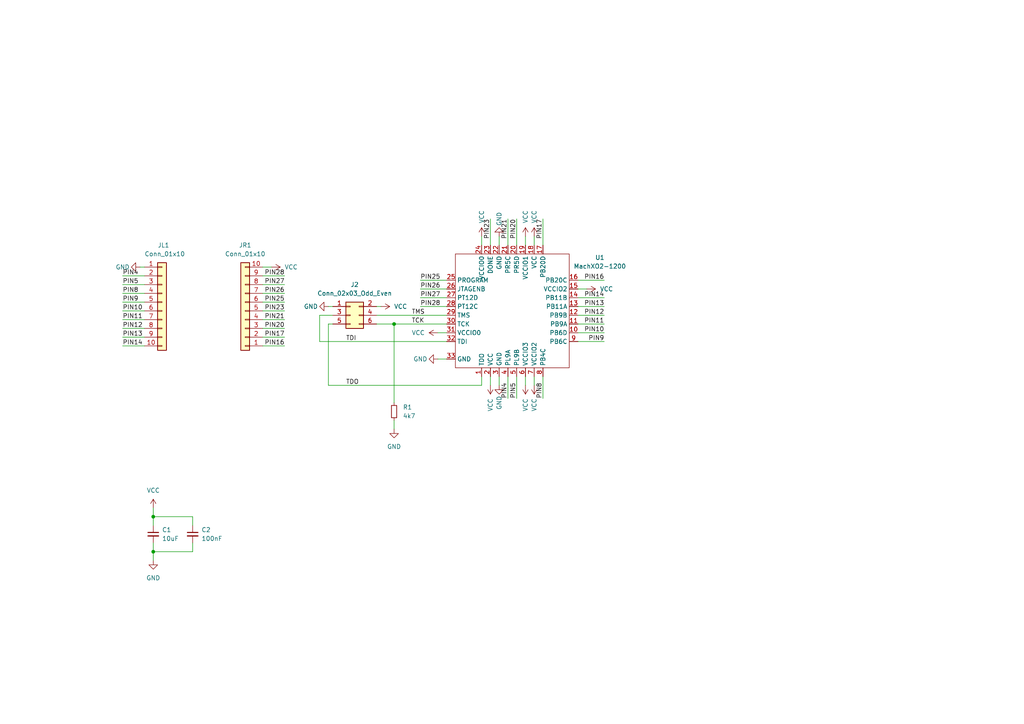
<source format=kicad_sch>
(kicad_sch (version 20211123) (generator eeschema)
  (paper "A4")
  (lib_symbols
    (symbol "Connector_Generic:Conn_01x10" (pin_names (offset 1.016) hide)
      (property "Reference" "J" (at 0 12.7 0))
      (property "Value" "Conn_01x10" (at 0 -15.24 0))
      (symbol "Conn_01x10_1_1"
        (rectangle (start -1.27 -12.573) (end 0 -12.827) (stroke (width 0.1524)))
        (rectangle (start -1.27 -10.033) (end 0 -10.287) (stroke (width 0.1524)))
        (rectangle (start -1.27 -7.493) (end 0 -7.747) (stroke (width 0.1524)))
        (rectangle (start -1.27 -4.953) (end 0 -5.207) (stroke (width 0.1524)))
        (rectangle (start -1.27 -2.413) (end 0 -2.667) (stroke (width 0.1524)))
        (rectangle (start -1.27 0.127) (end 0 -0.127) (stroke (width 0.1524)))
        (rectangle (start -1.27 2.667) (end 0 2.413) (stroke (width 0.1524)))
        (rectangle (start -1.27 5.207) (end 0 4.953) (stroke (width 0.1524)))
        (rectangle (start -1.27 7.747) (end 0 7.493) (stroke (width 0.1524)))
        (rectangle (start -1.27 10.287) (end 0 10.033) (stroke (width 0.1524)))
        (rectangle (start -1.27 11.43) (end 1.27 -13.97) (stroke (width 0.254)) (fill (type background)))
        (pin passive line (at -5.08 10.16 0) (length 3.81) (name "Pin_1") (number "1"))
        (pin passive line (at -5.08 -12.7 0) (length 3.81) (name "Pin_10") (number "10"))
        (pin passive line (at -5.08 7.62 0) (length 3.81) (name "Pin_2") (number "2"))
        (pin passive line (at -5.08 5.08 0) (length 3.81) (name "Pin_3") (number "3"))
        (pin passive line (at -5.08 2.54 0) (length 3.81) (name "Pin_4") (number "4"))
        (pin passive line (at -5.08 0 0) (length 3.81) (name "Pin_5") (number "5"))
        (pin passive line (at -5.08 -2.54 0) (length 3.81) (name "Pin_6") (number "6"))
        (pin passive line (at -5.08 -5.08 0) (length 3.81) (name "Pin_7") (number "7"))
        (pin passive line (at -5.08 -7.62 0) (length 3.81) (name "Pin_8") (number "8"))
        (pin passive line (at -5.08 -10.16 0) (length 3.81) (name "Pin_9") (number "9"))
      )
    )
    (symbol "Connector_Generic:Conn_02x03_Odd_Even" (pin_names (offset 1.016) hide)
      (property "Reference" "J" (at 1.27 5.08 0))
      (property "Value" "Conn_02x03_Odd_Even" (at 1.27 -5.08 0))
      (symbol "Conn_02x03_Odd_Even_1_1"
        (rectangle (start -1.27 -2.413) (end 0 -2.667) (stroke (width 0.1524)))
        (rectangle (start -1.27 0.127) (end 0 -0.127) (stroke (width 0.1524)))
        (rectangle (start -1.27 2.667) (end 0 2.413) (stroke (width 0.1524)))
        (rectangle (start -1.27 3.81) (end 3.81 -3.81) (stroke (width 0.254)) (fill (type background)))
        (rectangle (start 3.81 -2.413) (end 2.54 -2.667) (stroke (width 0.1524)))
        (rectangle (start 3.81 0.127) (end 2.54 -0.127) (stroke (width 0.1524)))
        (rectangle (start 3.81 2.667) (end 2.54 2.413) (stroke (width 0.1524)))
        (pin passive line (at -5.08 2.54 0) (length 3.81) (name "Pin_1") (number "1"))
        (pin passive line (at 7.62 2.54 180) (length 3.81) (name "Pin_2") (number "2"))
        (pin passive line (at -5.08 0 0) (length 3.81) (name "Pin_3") (number "3"))
        (pin passive line (at 7.62 0 180) (length 3.81) (name "Pin_4") (number "4"))
        (pin passive line (at -5.08 -2.54 0) (length 3.81) (name "Pin_5") (number "5"))
        (pin passive line (at 7.62 -2.54 180) (length 3.81) (name "Pin_6") (number "6"))
      )
    )
    (symbol "Device:C_Small" (pin_numbers hide) (pin_names (offset 0.254) hide)
      (property "Reference" "C" (at 0.254 1.778 0))
      (property "Value" "C_Small" (at 0.254 -2.032 0))
      (symbol "C_Small_0_1"
        (polyline (pts (xy -1.524 -0.508) (xy 1.524 -0.508)) (stroke (width 0.3302)))
        (polyline (pts (xy -1.524 0.508) (xy 1.524 0.508)) (stroke (width 0.3048)))
      )
      (symbol "C_Small_1_1"
        (pin passive line (at 0 2.54 270) (length 2.032) (name "~") (number "1"))
        (pin passive line (at 0 -2.54 90) (length 2.032) (name "~") (number "2"))
      )
    )
    (symbol "Device:R_Small" (pin_numbers hide) (pin_names (offset 0.254) hide)
      (property "Reference" "R" (at 0.762 0.508 0))
      (property "Value" "R_Small" (at 0.762 -1.016 0))
      (symbol "R_Small_0_1"
        (rectangle (start -0.762 1.778) (end 0.762 -1.778) (stroke (width 0.2032)))
      )
      (symbol "R_Small_1_1"
        (pin passive line (at 0 2.54 270) (length 0.762) (name "~") (number "1"))
        (pin passive line (at 0 -2.54 90) (length 0.762) (name "~") (number "2"))
      )
    )
    (symbol "Library:MachXO2-1200"
      (property "Reference" "U" (at 0 -2.54 0))
      (property "Value" "MachXO2-1200" (at 0 0 0))
      (symbol "MachXO2-1200_0_1"
        (rectangle (start -16.51 16.51) (end 16.51 -16.51))
      )
      (symbol "MachXO2-1200_1_1"
        (pin output line (at -8.89 -19.05 90) (length 2.54) (name "TDO") (number "1"))
        (pin bidirectional line (at 19.05 -6.35 180) (length 2.54) (name "PB6D") (number "10"))
        (pin bidirectional line (at 19.05 -3.81 180) (length 2.54) (name "PB9A") (number "11"))
        (pin bidirectional line (at 19.05 -1.27 180) (length 2.54) (name "PB9B") (number "12"))
        (pin bidirectional line (at 19.05 1.27 180) (length 2.54) (name "PB11A") (number "13"))
        (pin bidirectional line (at 19.05 3.81 180) (length 2.54) (name "PB11B") (number "14"))
        (pin power_in line (at 19.05 6.35 180) (length 2.54) (name "VCCIO2") (number "15"))
        (pin bidirectional line (at 19.05 8.89 180) (length 2.54) (name "PB20C") (number "16"))
        (pin bidirectional line (at 8.89 19.05 270) (length 2.54) (name "PB20D") (number "17"))
        (pin power_in line (at 6.35 19.05 270) (length 2.54) (name "VCC") (number "18"))
        (pin power_in line (at 3.81 19.05 270) (length 2.54) (name "VCCIO1") (number "19"))
        (pin power_in line (at -6.35 -19.05 90) (length 2.54) (name "VCC") (number "2"))
        (pin bidirectional line (at 1.27 19.05 270) (length 2.54) (name "PR5D") (number "20"))
        (pin bidirectional line (at -1.27 19.05 270) (length 2.54) (name "PR5C") (number "21"))
        (pin power_in line (at -3.81 19.05 270) (length 2.54) (name "GND") (number "22"))
        (pin output line (at -6.35 19.05 270) (length 2.54) (name "DONE") (number "23"))
        (pin power_in line (at -8.89 19.05 270) (length 2.54) (name "VCCIO0") (number "24"))
        (pin output line (at -19.05 8.89 0) (length 2.54) (name "PROGRAM") (number "25"))
        (pin input line (at -19.05 6.35 0) (length 2.54) (name "JTAGENB") (number "26"))
        (pin bidirectional line (at -19.05 3.81 0) (length 2.54) (name "PT12D") (number "27"))
        (pin bidirectional line (at -19.05 1.27 0) (length 2.54) (name "PT12C") (number "28"))
        (pin input line (at -19.05 -1.27 0) (length 2.54) (name "TMS") (number "29"))
        (pin power_in line (at -3.81 -19.05 90) (length 2.54) (name "GND") (number "3"))
        (pin input line (at -19.05 -3.81 0) (length 2.54) (name "TCK") (number "30"))
        (pin input line (at -19.05 -6.35 0) (length 2.54) (name "VCCIO0") (number "31"))
        (pin input line (at -19.05 -8.89 0) (length 2.54) (name "TDI") (number "32"))
        (pin power_in line (at -19.05 -13.97 0) (length 2.54) (name "GND") (number "33"))
        (pin bidirectional line (at -1.27 -19.05 90) (length 2.54) (name "PL9A") (number "4"))
        (pin bidirectional line (at 1.27 -19.05 90) (length 2.54) (name "PL9B") (number "5"))
        (pin power_in line (at 3.81 -19.05 90) (length 2.54) (name "VCCIO3") (number "6"))
        (pin power_in line (at 6.35 -19.05 90) (length 2.54) (name "VCCIO2") (number "7"))
        (pin bidirectional line (at 8.89 -19.05 90) (length 2.54) (name "PB4C") (number "8"))
        (pin bidirectional line (at 19.05 -8.89 180) (length 2.54) (name "PB6C") (number "9"))
      )
    )
    (symbol "power:GND" (power) (pin_names (offset 0))
      (property "Value" "GND" (at 0 -3.81 0))
      (symbol "GND_0_1"
        (polyline (pts (xy 0 0) (xy 0 -1.27) (xy 1.27 -1.27) (xy 0 -2.54) (xy -1.27 -1.27) (xy 0 -1.27)))
      )
      (symbol "GND_1_1"
        (pin power_in line (at 0 0 270) (length 0) hide (name "GND") (number "1"))
      )
    )
    (symbol "power:VCC" (power) (pin_names (offset 0))
      (property "Value" "VCC" (at 0 3.81 0))
      (symbol "VCC_0_1"
        (polyline (pts (xy -0.762 1.27) (xy 0 2.54)))
        (polyline (pts (xy 0 0) (xy 0 2.54)))
        (polyline (pts (xy 0 2.54) (xy 0.762 1.27)))
      )
      (symbol "VCC_1_1"
        (pin power_in line (at 0 0 90) (length 0) hide (name "VCC") (number "1"))
      )
    )
  )
  (junction (at 114.3 93.98))
  (junction (at 44.45 149.86))
  (junction (at 44.45 160.02))
  (wire (pts (xy 35.56 97.79) (xy 41.91 97.79)))
  (wire (pts (xy 76.2 100.33) (xy 82.55 100.33)))
  (wire (pts (xy 167.64 96.52) (xy 175.26 96.52)))
  (wire (pts (xy 35.56 85.09) (xy 41.91 85.09)))
  (wire (pts (xy 35.56 95.25) (xy 41.91 95.25)))
  (wire (pts (xy 157.48 63.5) (xy 157.48 71.12)))
  (wire (pts (xy 114.3 93.98) (xy 114.3 116.84)))
  (wire (pts (xy 121.92 88.9) (xy 129.54 88.9)))
  (wire (pts (xy 114.3 93.98) (xy 129.54 93.98)))
  (wire (pts (xy 40.64 77.47) (xy 41.91 77.47)))
  (wire (pts (xy 95.25 88.9) (xy 96.52 88.9)))
  (wire (pts (xy 139.7 109.22) (xy 139.7 111.76)))
  (wire (pts (xy 121.92 86.36) (xy 129.54 86.36)))
  (wire (pts (xy 144.78 68.58) (xy 144.78 71.12)))
  (wire (pts (xy 95.25 93.98) (xy 96.52 93.98)))
  (wire (pts (xy 95.25 93.98) (xy 95.25 111.76)))
  (wire (pts (xy 109.22 91.44) (xy 129.54 91.44)))
  (wire (pts (xy 167.64 88.9) (xy 175.26 88.9)))
  (wire (pts (xy 114.3 121.92) (xy 114.3 124.46)))
  (wire (pts (xy 44.45 149.86) (xy 55.88 149.86)))
  (wire (pts (xy 167.64 93.98) (xy 175.26 93.98)))
  (wire (pts (xy 44.45 147.32) (xy 44.45 149.86)))
  (wire (pts (xy 152.4 68.58) (xy 152.4 71.12)))
  (wire (pts (xy 109.22 93.98) (xy 114.3 93.98)))
  (wire (pts (xy 76.2 85.09) (xy 82.55 85.09)))
  (wire (pts (xy 35.56 92.71) (xy 41.91 92.71)))
  (wire (pts (xy 147.32 109.22) (xy 147.32 115.57)))
  (wire (pts (xy 92.71 99.06) (xy 129.54 99.06)))
  (wire (pts (xy 167.64 91.44) (xy 175.26 91.44)))
  (wire (pts (xy 44.45 160.02) (xy 55.88 160.02)))
  (wire (pts (xy 127 96.52) (xy 129.54 96.52)))
  (wire (pts (xy 167.64 86.36) (xy 175.26 86.36)))
  (wire (pts (xy 157.48 109.22) (xy 157.48 115.57)))
  (wire (pts (xy 121.92 83.82) (xy 129.54 83.82)))
  (wire (pts (xy 127 104.14) (xy 129.54 104.14)))
  (wire (pts (xy 95.25 111.76) (xy 139.7 111.76)))
  (wire (pts (xy 109.22 88.9) (xy 110.49 88.9)))
  (wire (pts (xy 55.88 160.02) (xy 55.88 157.48)))
  (wire (pts (xy 76.2 90.17) (xy 82.55 90.17)))
  (wire (pts (xy 147.32 63.5) (xy 147.32 71.12)))
  (wire (pts (xy 154.94 109.22) (xy 154.94 111.76)))
  (wire (pts (xy 167.64 83.82) (xy 170.18 83.82)))
  (wire (pts (xy 44.45 157.48) (xy 44.45 160.02)))
  (wire (pts (xy 167.64 99.06) (xy 175.26 99.06)))
  (wire (pts (xy 121.92 81.28) (xy 129.54 81.28)))
  (wire (pts (xy 154.94 68.58) (xy 154.94 71.12)))
  (wire (pts (xy 76.2 77.47) (xy 78.74 77.47)))
  (wire (pts (xy 76.2 92.71) (xy 82.55 92.71)))
  (wire (pts (xy 149.86 63.5) (xy 149.86 71.12)))
  (wire (pts (xy 76.2 95.25) (xy 82.55 95.25)))
  (wire (pts (xy 149.86 109.22) (xy 149.86 115.57)))
  (wire (pts (xy 76.2 82.55) (xy 82.55 82.55)))
  (wire (pts (xy 139.7 68.58) (xy 139.7 71.12)))
  (wire (pts (xy 35.56 100.33) (xy 41.91 100.33)))
  (wire (pts (xy 92.71 91.44) (xy 92.71 99.06)))
  (wire (pts (xy 152.4 109.22) (xy 152.4 111.76)))
  (wire (pts (xy 76.2 80.01) (xy 82.55 80.01)))
  (wire (pts (xy 35.56 90.17) (xy 41.91 90.17)))
  (wire (pts (xy 167.64 81.28) (xy 175.26 81.28)))
  (wire (pts (xy 35.56 87.63) (xy 41.91 87.63)))
  (wire (pts (xy 35.56 82.55) (xy 41.91 82.55)))
  (wire (pts (xy 76.2 97.79) (xy 82.55 97.79)))
  (wire (pts (xy 92.71 91.44) (xy 96.52 91.44)))
  (wire (pts (xy 144.78 109.22) (xy 144.78 111.76)))
  (wire (pts (xy 44.45 149.86) (xy 44.45 152.4)))
  (wire (pts (xy 44.45 160.02) (xy 44.45 162.56)))
  (wire (pts (xy 55.88 149.86) (xy 55.88 152.4)))
  (wire (pts (xy 142.24 109.22) (xy 142.24 111.76)))
  (wire (pts (xy 35.56 80.01) (xy 41.91 80.01)))
  (wire (pts (xy 76.2 87.63) (xy 82.55 87.63)))
  (wire (pts (xy 142.24 63.5) (xy 142.24 71.12)))
  (label "PIN13" (at 175.26 88.9 180))
  (label "PIN10" (at 35.56 90.17 0))
  (label "PIN20" (at 149.86 63.5 270))
  (label "TMS" (at 119.38 91.44 0))
  (label "TDO" (at 100.33 111.76 0))
  (label "PIN23" (at 82.55 90.17 180))
  (label "PIN8" (at 35.56 85.09 0))
  (label "PIN4" (at 35.56 80.01 0))
  (label "PIN10" (at 175.26 96.52 180))
  (label "PIN12" (at 35.56 95.25 0))
  (label "PIN17" (at 82.55 97.79 180))
  (label "PIN28" (at 121.92 88.9 0))
  (label "PIN25" (at 82.55 87.63 180))
  (label "PIN14" (at 175.26 86.36 180))
  (label "PIN26" (at 121.92 83.82 0))
  (label "PIN26" (at 82.55 85.09 180))
  (label "PIN4" (at 147.32 115.57 90))
  (label "PIN21" (at 147.32 63.5 270))
  (label "PIN14" (at 35.56 100.33 0))
  (label "PIN17" (at 157.48 63.5 270))
  (label "PIN5" (at 149.86 115.57 90))
  (label "TDI" (at 100.33 99.06 0))
  (label "TCK" (at 119.38 93.98 0))
  (label "PIN25" (at 121.92 81.28 0))
  (label "PIN23" (at 142.24 63.5 270))
  (label "PIN28" (at 82.55 80.01 180))
  (label "PIN12" (at 175.26 91.44 180))
  (label "PIN8" (at 157.48 115.57 90))
  (label "PIN16" (at 175.26 81.28 180))
  (label "PIN21" (at 82.55 92.71 180))
  (label "PIN11" (at 175.26 93.98 180))
  (label "PIN20" (at 82.55 95.25 180))
  (label "PIN9" (at 175.26 99.06 180))
  (label "PIN16" (at 82.55 100.33 180))
  (label "PIN5" (at 35.56 82.55 0))
  (label "PIN11" (at 35.56 92.71 0))
  (label "PIN9" (at 35.56 87.63 0))
  (label "PIN13" (at 35.56 97.79 0))
  (label "PIN27" (at 82.55 82.55 180))
  (label "PIN27" (at 121.92 86.36 0))
  (symbol (lib_id "power:VCC") (at 78.74 77.47 270) (unit 1)
    (property "Reference" "#PWR0112" (effects hide))
    (property "Value" "VCC" (at 86.36 77.47 90) (effects (justify right)))
  )
  (symbol (lib_id "Connector_Generic:Conn_02x03_Odd_Even") (at 101.6 91.44 0) (unit 1)
    (property "Reference" "J2" (at 102.87 82.55 0))
    (property "Value" "Conn_02x03_Odd_Even" (at 102.87 85.09 0))
    (property "Footprint" "Connector_PinHeader_2.54mm:PinHeader_2x03_P2.54mm_Vertical" (effects hide))
  )
  (symbol (lib_id "power:VCC") (at 154.94 68.58 0) (unit 1)
    (property "Reference" "#PWR0103" (effects hide))
    (property "Value" "VCC" (at 154.94 60.96 90) (effects (justify right)))
  )
  (symbol (lib_id "power:GND") (at 127 104.14 270) (unit 1)
    (property "Reference" "#PWR0110" (effects hide))
    (property "Value" "GND" (at 121.92 104.14 90))
  )
  (symbol (lib_id "power:GND") (at 95.25 88.9 270) (unit 1)
    (property "Reference" "#PWR0114" (effects hide))
    (property "Value" "GND" (at 90.17 88.9 90))
  )
  (symbol (lib_id "power:GND") (at 144.78 111.76 0) (unit 1)
    (property "Reference" "#PWR0107" (effects hide))
    (property "Value" "GND" (at 144.78 116.84 90))
  )
  (symbol (lib_id "Library:MachXO2-1200") (at 148.59 90.17 0) (unit 1)
    (property "Reference" "U1" (at 173.99 74.7012 0))
    (property "Value" "MachXO2-1200" (at 173.99 77.2412 0))
    (property "Footprint" "Package_DFN_QFN:QFN-32-1EP_5x5mm_P0.5mm_EP3.1x3.1mm_ThermalVias" (effects hide))
  )
  (symbol (lib_id "Connector_Generic:Conn_01x10") (at 46.99 87.63 0) (unit 1)
    (property "Reference" "JL1" (at 45.72 71.12 0) (effects (justify left)))
    (property "Value" "Conn_01x10" (at 41.91 73.66 0) (effects (justify left)))
    (property "Footprint" "Connector_PinHeader_2.54mm:PinHeader_1x10_P2.54mm_Vertical" (effects hide))
  )
  (symbol (lib_id "power:VCC") (at 127 96.52 90) (unit 1)
    (property "Reference" "#PWR0115" (effects hide))
    (property "Value" "VCC" (at 119.38 96.52 90) (effects (justify right)))
  )
  (symbol (lib_id "power:GND") (at 44.45 162.56 0) (unit 1)
    (property "Reference" "#PWR0118" (effects hide))
    (property "Value" "GND" (at 44.45 167.64 0))
  )
  (symbol (lib_id "power:VCC") (at 110.49 88.9 270) (unit 1)
    (property "Reference" "#PWR0113" (effects hide))
    (property "Value" "VCC" (at 118.11 88.9 90) (effects (justify right)))
  )
  (symbol (lib_id "power:VCC") (at 154.94 111.76 180) (unit 1)
    (property "Reference" "#PWR0105" (effects hide))
    (property "Value" "VCC" (at 154.94 119.38 90) (effects (justify right)))
  )
  (symbol (lib_id "power:VCC") (at 139.7 68.58 0) (unit 1)
    (property "Reference" "#PWR0109" (effects hide))
    (property "Value" "VCC" (at 139.7 60.96 90) (effects (justify right)))
  )
  (symbol (lib_id "Device:C_Small") (at 44.45 154.94 0) (unit 1)
    (property "Reference" "C1" (at 46.99 153.6762 0) (effects (justify left)))
    (property "Value" "10uF" (at 46.99 156.2162 0) (effects (justify left)))
    (property "Footprint" "Capacitor_SMD:C_0805_2012Metric_Pad1.18x1.45mm_HandSolder" (effects hide))
  )
  (symbol (lib_id "power:VCC") (at 170.18 83.82 270) (unit 1)
    (property "Reference" "#PWR0101" (effects hide))
    (property "Value" "VCC" (at 173.99 83.8199 90) (effects (justify left)))
  )
  (symbol (lib_id "Connector_Generic:Conn_01x10") (at 71.12 90.17 180) (unit 1)
    (property "Reference" "JR1" (at 71.12 71.12 0))
    (property "Value" "Conn_01x10" (at 71.12 73.66 0))
    (property "Footprint" "Connector_PinHeader_2.54mm:PinHeader_1x10_P2.54mm_Vertical" (effects hide))
  )
  (symbol (lib_id "power:VCC") (at 142.24 111.76 180) (unit 1)
    (property "Reference" "#PWR0106" (effects hide))
    (property "Value" "VCC" (at 142.24 119.38 90) (effects (justify right)))
  )
  (symbol (lib_id "power:VCC") (at 152.4 68.58 0) (unit 1)
    (property "Reference" "#PWR0102" (effects hide))
    (property "Value" "VCC" (at 152.4 60.96 90) (effects (justify right)))
  )
  (symbol (lib_id "Device:R_Small") (at 114.3 119.38 0) (unit 1)
    (property "Reference" "R1" (at 116.84 118.1099 0) (effects (justify left)))
    (property "Value" "4k7" (at 116.84 120.6499 0) (effects (justify left)))
    (property "Footprint" "Resistor_SMD:R_0603_1608Metric_Pad0.98x0.95mm_HandSolder" (effects hide))
  )
  (symbol (lib_id "Device:C_Small") (at 55.88 154.94 0) (unit 1)
    (property "Reference" "C2" (at 58.42 153.6762 0) (effects (justify left)))
    (property "Value" "100nF" (at 58.42 156.2162 0) (effects (justify left)))
    (property "Footprint" "Capacitor_SMD:C_0603_1608Metric_Pad1.08x0.95mm_HandSolder" (effects hide))
  )
  (symbol (lib_id "power:GND") (at 144.78 68.58 180) (unit 1)
    (property "Reference" "#PWR0108" (effects hide))
    (property "Value" "GND" (at 144.78 63.5 90))
  )
  (symbol (lib_id "power:VCC") (at 44.45 147.32 0) (unit 1)
    (property "Reference" "#PWR0117" (effects hide))
    (property "Value" "VCC" (at 44.45 142.24 0))
  )
  (symbol (lib_id "power:GND") (at 114.3 124.46 0) (unit 1)
    (property "Reference" "#PWR0116" (effects hide))
    (property "Value" "GND" (at 114.3 129.54 0))
  )
  (symbol (lib_id "power:VCC") (at 152.4 111.76 180) (unit 1)
    (property "Reference" "#PWR0104" (effects hide))
    (property "Value" "VCC" (at 152.4 119.38 90) (effects (justify right)))
  )
  (symbol (lib_id "power:GND") (at 40.64 77.47 270) (unit 1)
    (property "Reference" "#PWR0111" (effects hide))
    (property "Value" "GND" (at 35.56 77.47 90))
  )
)
</source>
